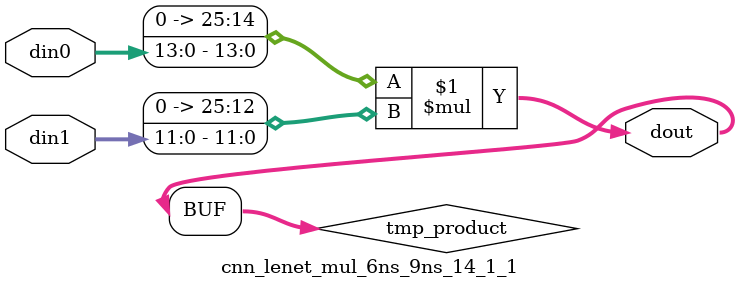
<source format=v>

`timescale 1 ns / 1 ps

  module cnn_lenet_mul_6ns_9ns_14_1_1(din0, din1, dout);
parameter ID = 1;
parameter NUM_STAGE = 0;
parameter din0_WIDTH = 14;
parameter din1_WIDTH = 12;
parameter dout_WIDTH = 26;

input [din0_WIDTH - 1 : 0] din0; 
input [din1_WIDTH - 1 : 0] din1; 
output [dout_WIDTH - 1 : 0] dout;

wire signed [dout_WIDTH - 1 : 0] tmp_product;










assign tmp_product = $signed({1'b0, din0}) * $signed({1'b0, din1});











assign dout = tmp_product;







endmodule

</source>
